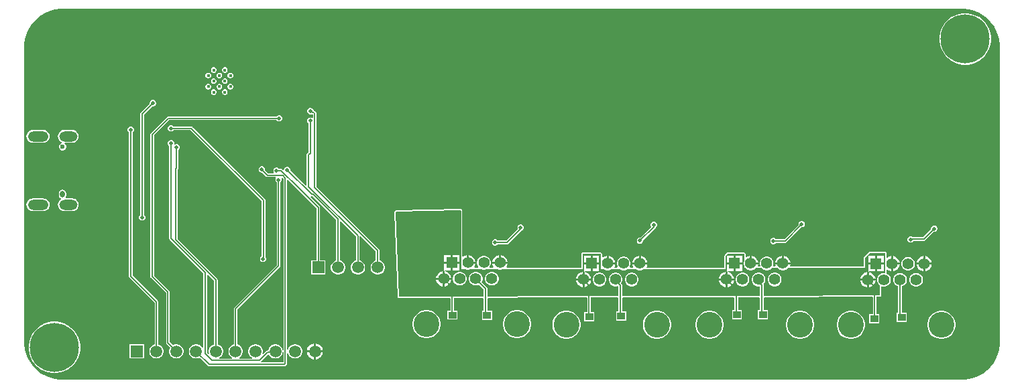
<source format=gbl>
G04*
G04 #@! TF.GenerationSoftware,Altium Limited,Altium Designer,22.11.1 (43)*
G04*
G04 Layer_Physical_Order=2*
G04 Layer_Color=16711680*
%FSLAX25Y25*%
%MOIN*%
G70*
G04*
G04 #@! TF.SameCoordinates,3125327F-633B-4DE6-8F98-D116A0B0FB6F*
G04*
G04*
G04 #@! TF.FilePolarity,Positive*
G04*
G01*
G75*
%ADD15C,0.00600*%
%ADD29R,0.03937X0.03543*%
G04:AMPARAMS|DCode=60|XSize=33.47mil|YSize=23.62mil|CornerRadius=11.81mil|HoleSize=0mil|Usage=FLASHONLY|Rotation=270.000|XOffset=0mil|YOffset=0mil|HoleType=Round|Shape=RoundedRectangle|*
%AMROUNDEDRECTD60*
21,1,0.03347,0.00000,0,0,270.0*
21,1,0.00984,0.02362,0,0,270.0*
1,1,0.02362,0.00000,-0.00492*
1,1,0.02362,0.00000,0.00492*
1,1,0.02362,0.00000,0.00492*
1,1,0.02362,0.00000,-0.00492*
%
%ADD60ROUNDEDRECTD60*%
%ADD61C,0.02362*%
G04:AMPARAMS|DCode=62|XSize=51.18mil|YSize=102.36mil|CornerRadius=25.59mil|HoleSize=0mil|Usage=FLASHONLY|Rotation=270.000|XOffset=0mil|YOffset=0mil|HoleType=Round|Shape=RoundedRectangle|*
%AMROUNDEDRECTD62*
21,1,0.05118,0.05118,0,0,270.0*
21,1,0.00000,0.10236,0,0,270.0*
1,1,0.05118,-0.02559,0.00000*
1,1,0.05118,-0.02559,0.00000*
1,1,0.05118,0.02559,0.00000*
1,1,0.05118,0.02559,0.00000*
%
%ADD62ROUNDEDRECTD62*%
G04:AMPARAMS|DCode=63|XSize=51.18mil|YSize=90.55mil|CornerRadius=25.59mil|HoleSize=0mil|Usage=FLASHONLY|Rotation=270.000|XOffset=0mil|YOffset=0mil|HoleType=Round|Shape=RoundedRectangle|*
%AMROUNDEDRECTD63*
21,1,0.05118,0.03937,0,0,270.0*
21,1,0.00000,0.09055,0,0,270.0*
1,1,0.05118,-0.01968,0.00000*
1,1,0.05118,-0.01968,0.00000*
1,1,0.05118,0.01968,0.00000*
1,1,0.05118,0.01968,0.00000*
%
%ADD63ROUNDEDRECTD63*%
%ADD66R,0.05504X0.05504*%
%ADD67C,0.05504*%
%ADD68C,0.12795*%
%ADD69C,0.01575*%
%ADD70C,0.24410*%
%ADD71C,0.05937*%
%ADD72R,0.05937X0.05937*%
%ADD73C,0.01968*%
G36*
X470507Y392575D02*
X472897Y391934D01*
X475184Y390987D01*
X477328Y389750D01*
X479292Y388243D01*
X481042Y386492D01*
X482549Y384529D01*
X483786Y382385D01*
X484733Y380098D01*
X485374Y377707D01*
X485697Y375253D01*
Y374016D01*
Y227185D01*
Y225947D01*
X485374Y223493D01*
X484733Y221102D01*
X483786Y218816D01*
X482549Y216672D01*
X481042Y214708D01*
X479292Y212958D01*
X477328Y211451D01*
X475184Y210214D01*
X472897Y209266D01*
X470507Y208626D01*
X468053Y208303D01*
X18447D01*
X15993Y208626D01*
X13602Y209266D01*
X11316Y210214D01*
X9172Y211451D01*
X7208Y212958D01*
X5458Y214708D01*
X3951Y216672D01*
X2714Y218816D01*
X1767Y221102D01*
X1126Y223493D01*
X803Y225947D01*
Y227185D01*
Y374016D01*
Y375253D01*
X1126Y377707D01*
X1767Y380098D01*
X2714Y382385D01*
X3951Y384529D01*
X5458Y386492D01*
X7208Y388243D01*
X9172Y389750D01*
X11316Y390987D01*
X13602Y391934D01*
X15993Y392575D01*
X18447Y392898D01*
X468053D01*
X470507Y392575D01*
D02*
G37*
%LPC*%
G36*
X469512Y390757D02*
X467496D01*
X465506Y390442D01*
X463589Y389819D01*
X461793Y388904D01*
X460162Y387720D01*
X458737Y386295D01*
X457552Y384664D01*
X456637Y382868D01*
X456014Y380951D01*
X455699Y378960D01*
Y376945D01*
X456014Y374954D01*
X456637Y373038D01*
X457552Y371242D01*
X458737Y369611D01*
X460162Y368186D01*
X461793Y367001D01*
X463589Y366086D01*
X465506Y365463D01*
X467496Y365148D01*
X469512D01*
X471502Y365463D01*
X473419Y366086D01*
X475215Y367001D01*
X476846Y368186D01*
X478271Y369611D01*
X479456Y371242D01*
X480371Y373038D01*
X480993Y374954D01*
X481309Y376945D01*
Y378960D01*
X480993Y380951D01*
X480371Y382868D01*
X479456Y384664D01*
X478271Y386295D01*
X476846Y387720D01*
X475215Y388904D01*
X473419Y389819D01*
X471502Y390442D01*
X469512Y390757D01*
D02*
G37*
G36*
X100733Y363884D02*
X100181D01*
X99671Y363673D01*
X99280Y363283D01*
X99069Y362773D01*
Y362221D01*
X99280Y361711D01*
X99671Y361321D01*
X100181Y361110D01*
X100733D01*
X101242Y361321D01*
X101633Y361711D01*
X101844Y362221D01*
Y362773D01*
X101633Y363283D01*
X101242Y363673D01*
X100733Y363884D01*
D02*
G37*
G36*
X95221D02*
X94669D01*
X94159Y363673D01*
X93769Y363283D01*
X93557Y362773D01*
Y362221D01*
X93769Y361711D01*
X94159Y361321D01*
X94669Y361110D01*
X95221D01*
X95731Y361321D01*
X96121Y361711D01*
X96332Y362221D01*
Y362773D01*
X96121Y363283D01*
X95731Y363673D01*
X95221Y363884D01*
D02*
G37*
G36*
X103489Y361129D02*
X102937D01*
X102427Y360917D01*
X102036Y360527D01*
X101825Y360017D01*
Y359465D01*
X102036Y358955D01*
X102427Y358565D01*
X102937Y358354D01*
X103489D01*
X103998Y358565D01*
X104389Y358955D01*
X104600Y359465D01*
Y360017D01*
X104389Y360527D01*
X103998Y360917D01*
X103489Y361129D01*
D02*
G37*
G36*
X97977D02*
X97425D01*
X96915Y360917D01*
X96525Y360527D01*
X96313Y360017D01*
Y359465D01*
X96525Y358955D01*
X96915Y358565D01*
X97425Y358354D01*
X97977D01*
X98487Y358565D01*
X98877Y358955D01*
X99088Y359465D01*
Y360017D01*
X98877Y360527D01*
X98487Y360917D01*
X97977Y361129D01*
D02*
G37*
G36*
X92465D02*
X91913D01*
X91403Y360917D01*
X91013Y360527D01*
X90802Y360017D01*
Y359465D01*
X91013Y358955D01*
X91403Y358565D01*
X91913Y358354D01*
X92465D01*
X92975Y358565D01*
X93365Y358955D01*
X93576Y359465D01*
Y360017D01*
X93365Y360527D01*
X92975Y360917D01*
X92465Y361129D01*
D02*
G37*
G36*
X100733Y358373D02*
X100181D01*
X99671Y358161D01*
X99280Y357771D01*
X99069Y357261D01*
Y356709D01*
X99280Y356199D01*
X99671Y355809D01*
X100181Y355598D01*
X100733D01*
X101242Y355809D01*
X101633Y356199D01*
X101844Y356709D01*
Y357261D01*
X101633Y357771D01*
X101242Y358161D01*
X100733Y358373D01*
D02*
G37*
G36*
X95221D02*
X94669D01*
X94159Y358161D01*
X93769Y357771D01*
X93557Y357261D01*
Y356709D01*
X93769Y356199D01*
X94159Y355809D01*
X94669Y355598D01*
X95221D01*
X95731Y355809D01*
X96121Y356199D01*
X96332Y356709D01*
Y357261D01*
X96121Y357771D01*
X95731Y358161D01*
X95221Y358373D01*
D02*
G37*
G36*
X103489Y355617D02*
X102937D01*
X102427Y355405D01*
X102036Y355015D01*
X101825Y354505D01*
Y353953D01*
X102036Y353444D01*
X102427Y353053D01*
X102937Y352842D01*
X103489D01*
X103998Y353053D01*
X104389Y353444D01*
X104600Y353953D01*
Y354505D01*
X104389Y355015D01*
X103998Y355405D01*
X103489Y355617D01*
D02*
G37*
G36*
X97977D02*
X97425D01*
X96915Y355405D01*
X96525Y355015D01*
X96313Y354505D01*
Y353953D01*
X96525Y353444D01*
X96915Y353053D01*
X97425Y352842D01*
X97977D01*
X98487Y353053D01*
X98877Y353444D01*
X99088Y353953D01*
Y354505D01*
X98877Y355015D01*
X98487Y355405D01*
X97977Y355617D01*
D02*
G37*
G36*
X92465D02*
X91913D01*
X91403Y355405D01*
X91013Y355015D01*
X90802Y354505D01*
Y353953D01*
X91013Y353444D01*
X91403Y353053D01*
X91913Y352842D01*
X92465D01*
X92975Y353053D01*
X93365Y353444D01*
X93576Y353953D01*
Y354505D01*
X93365Y355015D01*
X92975Y355405D01*
X92465Y355617D01*
D02*
G37*
G36*
X100733Y352861D02*
X100181D01*
X99671Y352649D01*
X99280Y352259D01*
X99069Y351749D01*
Y351197D01*
X99280Y350688D01*
X99671Y350297D01*
X100181Y350086D01*
X100733D01*
X101242Y350297D01*
X101633Y350688D01*
X101844Y351197D01*
Y351749D01*
X101633Y352259D01*
X101242Y352649D01*
X100733Y352861D01*
D02*
G37*
G36*
X95221D02*
X94669D01*
X94159Y352649D01*
X93769Y352259D01*
X93557Y351749D01*
Y351197D01*
X93769Y350688D01*
X94159Y350297D01*
X94669Y350086D01*
X95221D01*
X95731Y350297D01*
X96121Y350688D01*
X96332Y351197D01*
Y351749D01*
X96121Y352259D01*
X95731Y352649D01*
X95221Y352861D01*
D02*
G37*
G36*
X143261Y343677D02*
X142631D01*
X142049Y343436D01*
X141604Y342990D01*
X141363Y342409D01*
Y341779D01*
X141604Y341197D01*
X142049Y340752D01*
X142631Y340511D01*
X143261D01*
X143501Y340611D01*
X143515Y340597D01*
X143813Y340398D01*
X144164Y340329D01*
X144214D01*
Y338785D01*
X143744Y338548D01*
X143163Y338789D01*
X142533D01*
X141951Y338548D01*
X141506Y338103D01*
X141265Y337521D01*
Y336892D01*
X141506Y336310D01*
X141930Y335886D01*
Y321484D01*
X141343Y320897D01*
X141144Y320599D01*
X141075Y320248D01*
Y305060D01*
X140575Y304853D01*
X133072Y312356D01*
Y312955D01*
X132831Y313537D01*
X132386Y313982D01*
X131804Y314223D01*
X131174D01*
X130593Y313982D01*
X130147Y313537D01*
X129906Y312955D01*
X129406Y312791D01*
X129059Y313138D01*
X128761Y313337D01*
X128410Y313407D01*
X127435D01*
X127011Y313831D01*
X126429Y314072D01*
X125800D01*
X125218Y313831D01*
X124773Y313386D01*
X124532Y312804D01*
Y312175D01*
X124773Y311593D01*
X124796Y311570D01*
X124589Y311070D01*
X122017D01*
X120420Y312667D01*
Y313267D01*
X120179Y313848D01*
X119734Y314294D01*
X119152Y314535D01*
X118522D01*
X117940Y314294D01*
X117495Y313848D01*
X117254Y313267D01*
Y312637D01*
X117495Y312055D01*
X117940Y311610D01*
X118522Y311369D01*
X119122D01*
X120988Y309503D01*
X121286Y309304D01*
X121637Y309234D01*
X125574D01*
X125795Y308749D01*
X125554Y308167D01*
Y307537D01*
X125795Y306956D01*
X126219Y306531D01*
Y265474D01*
X105186Y244441D01*
X104987Y244143D01*
X104918Y243792D01*
Y225889D01*
X104458Y225765D01*
X103644Y225296D01*
X102980Y224631D01*
X102510Y223818D01*
X102267Y222910D01*
Y221970D01*
X102510Y221063D01*
X102980Y220249D01*
X103644Y219585D01*
X104154Y219290D01*
X104020Y218790D01*
X97808D01*
X97673Y219290D01*
X98184Y219585D01*
X98848Y220249D01*
X99318Y221063D01*
X99561Y221970D01*
Y222910D01*
X99318Y223818D01*
X98848Y224631D01*
X98184Y225296D01*
X97370Y225765D01*
X96910Y225889D01*
Y258007D01*
X96840Y258359D01*
X96641Y258656D01*
X76955Y278343D01*
Y312845D01*
X77149Y313040D01*
X77348Y313337D01*
X77418Y313688D01*
Y322679D01*
X77842Y323103D01*
X78083Y323685D01*
Y324315D01*
X77842Y324897D01*
X77397Y325342D01*
X76815Y325583D01*
X76185D01*
X75761Y325407D01*
X75501Y325577D01*
X75342Y325721D01*
X75335Y325731D01*
Y326315D01*
X75094Y326897D01*
X74649Y327342D01*
X74068Y327583D01*
X73438D01*
X72856Y327342D01*
X72411Y326897D01*
X72170Y326315D01*
Y325685D01*
X72411Y325103D01*
X72819Y324695D01*
Y278707D01*
X72889Y278356D01*
X73088Y278059D01*
X89800Y261346D01*
Y224255D01*
X89300Y224121D01*
X89006Y224631D01*
X88341Y225296D01*
X87528Y225765D01*
X86620Y226009D01*
X85680D01*
X84773Y225765D01*
X83959Y225296D01*
X83295Y224631D01*
X82825Y223818D01*
X82582Y222910D01*
Y221970D01*
X82825Y221063D01*
X83295Y220249D01*
X83959Y219585D01*
X84773Y219115D01*
X85680Y218872D01*
X86620D01*
X87528Y219115D01*
X87940Y219353D01*
X91941Y215351D01*
X92239Y215152D01*
X92590Y215082D01*
X130148D01*
X130500Y215152D01*
X130797Y215351D01*
X131149Y215703D01*
X131348Y216000D01*
X131418Y216352D01*
Y221444D01*
X131918Y221510D01*
X132037Y221063D01*
X132507Y220249D01*
X133172Y219585D01*
X133985Y219115D01*
X134893Y218872D01*
X135833D01*
X136740Y219115D01*
X137554Y219585D01*
X138218Y220249D01*
X138688Y221063D01*
X138931Y221970D01*
Y222910D01*
X138688Y223818D01*
X138218Y224631D01*
X137554Y225296D01*
X136740Y225765D01*
X135833Y226009D01*
X134893D01*
X133985Y225765D01*
X133172Y225296D01*
X132507Y224631D01*
X132037Y223818D01*
X131918Y223370D01*
X131418Y223436D01*
Y307530D01*
X131880Y307722D01*
X135977Y303624D01*
X136032Y303588D01*
X145983Y293637D01*
Y267795D01*
X143332D01*
Y260658D01*
X150469D01*
Y267795D01*
X147818D01*
Y294017D01*
X147748Y294368D01*
X147549Y294666D01*
X142902Y299313D01*
X143221Y299701D01*
X143247Y299684D01*
X143598Y299614D01*
X144041D01*
X155825Y287829D01*
Y267675D01*
X155365Y267552D01*
X154552Y267082D01*
X153887Y266418D01*
X153418Y265604D01*
X153174Y264697D01*
Y263757D01*
X153418Y262849D01*
X153887Y262036D01*
X154552Y261371D01*
X155365Y260901D01*
X156273Y260658D01*
X157213D01*
X158120Y260901D01*
X158934Y261371D01*
X159598Y262036D01*
X160068Y262849D01*
X160311Y263757D01*
Y264697D01*
X160068Y265604D01*
X159598Y266418D01*
X158934Y267082D01*
X158120Y267552D01*
X157660Y267675D01*
Y286896D01*
X158122Y287088D01*
X165668Y279542D01*
Y267675D01*
X165208Y267552D01*
X164394Y267082D01*
X163730Y266418D01*
X163260Y265604D01*
X163017Y264697D01*
Y263757D01*
X163260Y262849D01*
X163730Y262036D01*
X164394Y261371D01*
X165208Y260901D01*
X166116Y260658D01*
X167055D01*
X167963Y260901D01*
X168777Y261371D01*
X169441Y262036D01*
X169911Y262849D01*
X170154Y263757D01*
Y264697D01*
X169911Y265604D01*
X169441Y266418D01*
X168777Y267082D01*
X167963Y267552D01*
X167503Y267675D01*
Y279533D01*
X168003Y279740D01*
X175510Y272233D01*
Y267675D01*
X175050Y267552D01*
X174237Y267082D01*
X173572Y266418D01*
X173102Y265604D01*
X172859Y264697D01*
Y263757D01*
X173102Y262849D01*
X173572Y262036D01*
X174237Y261371D01*
X175050Y260901D01*
X175958Y260658D01*
X176898D01*
X177805Y260901D01*
X178619Y261371D01*
X179283Y262036D01*
X179753Y262849D01*
X179996Y263757D01*
Y264697D01*
X179753Y265604D01*
X179283Y266418D01*
X178619Y267082D01*
X177805Y267552D01*
X177345Y267675D01*
Y272613D01*
X177276Y272964D01*
X177077Y273262D01*
X146050Y304289D01*
Y340822D01*
X146013Y341005D01*
X145980Y341173D01*
X145980Y341173D01*
X145980Y341173D01*
X145877Y341327D01*
X145781Y341471D01*
X145357Y341895D01*
X145357Y341895D01*
X145357Y341895D01*
X145224Y341984D01*
X145059Y342094D01*
X145059Y342094D01*
X145059Y342094D01*
X144891Y342127D01*
X144708Y342164D01*
X144528Y342409D01*
X144288Y342990D01*
X143842Y343436D01*
X143261Y343677D01*
D02*
G37*
G36*
X127752Y340035D02*
X127122D01*
X126541Y339794D01*
X126116Y339370D01*
X72437D01*
X72086Y339300D01*
X71788Y339101D01*
X63688Y331001D01*
X63489Y330703D01*
X63419Y330352D01*
Y259752D01*
X63489Y259401D01*
X63688Y259103D01*
X71219Y251572D01*
Y226611D01*
X71289Y226260D01*
X71488Y225962D01*
X73220Y224230D01*
X72982Y223818D01*
X72739Y222910D01*
Y221970D01*
X72982Y221063D01*
X73452Y220249D01*
X74116Y219585D01*
X74930Y219115D01*
X75838Y218872D01*
X76777D01*
X77685Y219115D01*
X78499Y219585D01*
X79163Y220249D01*
X79633Y221063D01*
X79876Y221970D01*
Y222910D01*
X79633Y223818D01*
X79163Y224631D01*
X78499Y225296D01*
X77685Y225765D01*
X76777Y226009D01*
X75838D01*
X74930Y225765D01*
X74518Y225528D01*
X73055Y226991D01*
Y251952D01*
X72985Y252303D01*
X72786Y252601D01*
X65255Y260132D01*
Y329972D01*
X72817Y337534D01*
X126116D01*
X126541Y337110D01*
X127122Y336869D01*
X127752D01*
X128333Y337110D01*
X128779Y337556D01*
X129020Y338137D01*
Y338767D01*
X128779Y339349D01*
X128333Y339794D01*
X127752Y340035D01*
D02*
G37*
G36*
X10122Y332631D02*
X5004D01*
X4179Y332523D01*
X3411Y332204D01*
X2751Y331698D01*
X2245Y331038D01*
X1926Y330270D01*
X1818Y329445D01*
X1926Y328620D01*
X2245Y327852D01*
X2751Y327192D01*
X3411Y326686D01*
X4179Y326367D01*
X5004Y326259D01*
X10122D01*
X10947Y326367D01*
X11715Y326686D01*
X12375Y327192D01*
X12881Y327852D01*
X13200Y328620D01*
X13308Y329445D01*
X13200Y330270D01*
X12881Y331038D01*
X12375Y331698D01*
X11715Y332204D01*
X10947Y332523D01*
X10122Y332631D01*
D02*
G37*
G36*
X24590D02*
X20653D01*
X19829Y332523D01*
X19060Y332204D01*
X18400Y331698D01*
X17894Y331038D01*
X17576Y330270D01*
X17467Y329445D01*
X17576Y328620D01*
X17894Y327852D01*
X18400Y327192D01*
X19060Y326686D01*
X19438Y326529D01*
X19419Y326149D01*
X19376Y326014D01*
X18759Y325758D01*
X18258Y325257D01*
X17987Y324602D01*
Y323894D01*
X18258Y323239D01*
X18759Y322738D01*
X19413Y322467D01*
X20122D01*
X20777Y322738D01*
X21278Y323239D01*
X21549Y323894D01*
Y324602D01*
X21278Y325257D01*
X20777Y325758D01*
X20775Y325759D01*
X20875Y326259D01*
X24590D01*
X25415Y326367D01*
X26184Y326686D01*
X26844Y327192D01*
X27350Y327852D01*
X27668Y328620D01*
X27777Y329445D01*
X27668Y330270D01*
X27350Y331038D01*
X26844Y331698D01*
X26184Y332204D01*
X25415Y332523D01*
X24590Y332631D01*
D02*
G37*
G36*
X217481Y293425D02*
X217478Y293424D01*
X217475Y293425D01*
X185686Y292790D01*
X185684Y292788D01*
X185681Y292790D01*
X185456Y292689D01*
X185231Y292590D01*
X185230Y292587D01*
X185227Y292586D01*
X184884Y292223D01*
X184883Y292220D01*
X184880Y292219D01*
X184794Y291988D01*
X184707Y291758D01*
X184708Y291756D01*
X184707Y291753D01*
X186251Y249705D01*
X186350Y249489D01*
X186442Y249269D01*
X186453Y249264D01*
X186458Y249253D01*
X186681Y249170D01*
X186901Y249080D01*
X212159Y249137D01*
X212513Y248784D01*
Y242745D01*
X211130D01*
Y238202D01*
X216067D01*
Y242745D01*
X214348D01*
Y249142D01*
X228770Y249175D01*
X229124Y248822D01*
Y242705D01*
X228360D01*
Y238161D01*
X233297D01*
Y242705D01*
X230959D01*
Y248786D01*
X231311Y249178D01*
X231314Y249181D01*
X260552Y249247D01*
X280200Y249292D01*
X280554Y248939D01*
Y241875D01*
X279152D01*
Y237332D01*
X284089D01*
Y241875D01*
X282390D01*
Y249297D01*
X295741Y249327D01*
X296095Y248974D01*
Y242261D01*
X294979D01*
Y237718D01*
X299916D01*
Y242261D01*
X297930D01*
Y248938D01*
X298283Y249330D01*
X298286Y249333D01*
X334455Y249415D01*
X353362Y249458D01*
X353716Y249105D01*
Y242884D01*
X352517D01*
Y238340D01*
X357454D01*
Y242884D01*
X355552D01*
Y249463D01*
X366151Y249487D01*
X366505Y249134D01*
Y242884D01*
X365508D01*
Y238340D01*
X370444D01*
Y242884D01*
X368340D01*
Y249099D01*
X368692Y249491D01*
X368696Y249493D01*
X422181Y249615D01*
X422535Y249262D01*
Y241014D01*
X420791D01*
Y236470D01*
X425728D01*
Y241014D01*
X424370D01*
Y249620D01*
X426031Y249624D01*
X426260Y249719D01*
X426489Y249814D01*
X426489Y249815D01*
X426490Y249815D01*
X426584Y250043D01*
X426679Y250273D01*
Y254525D01*
X427179Y254908D01*
X427647Y254783D01*
X428529D01*
X429382Y255011D01*
X430146Y255453D01*
X430770Y256077D01*
X431212Y256841D01*
X431440Y257694D01*
Y258576D01*
X431212Y259429D01*
X430770Y260193D01*
X430146Y260817D01*
X429382Y261259D01*
X429237Y261532D01*
Y263034D01*
X429699Y263225D01*
X429800Y263125D01*
X430656Y262631D01*
X431604Y262377D01*
Y266127D01*
Y269877D01*
X430656Y269623D01*
X429800Y269129D01*
X429699Y269029D01*
X429237Y269220D01*
Y271500D01*
X429047Y271959D01*
X428588Y272149D01*
X421048D01*
X420589Y271959D01*
X418267Y269638D01*
X418077Y269178D01*
Y264625D01*
X381789D01*
X381405Y265125D01*
X381557Y265692D01*
X374057D01*
X374208Y265125D01*
X373825Y264625D01*
X373311D01*
X372999Y265125D01*
X373167Y265750D01*
Y266633D01*
X372938Y267485D01*
X372497Y268250D01*
X371873Y268874D01*
X371109Y269315D01*
X370256Y269544D01*
X369373D01*
X368521Y269315D01*
X367757Y268874D01*
X367133Y268250D01*
X366691Y267485D01*
X366463Y266633D01*
Y265750D01*
X366630Y265125D01*
X366318Y264625D01*
X365805D01*
X365421Y265125D01*
X365573Y265692D01*
X361823D01*
Y266192D01*
X361323D01*
Y269942D01*
X360374Y269688D01*
X359789Y269350D01*
X359289Y269639D01*
Y270920D01*
X359099Y271379D01*
X358640Y271570D01*
X350207D01*
X349747Y271379D01*
X348874Y270506D01*
X348684Y270047D01*
Y264428D01*
X348330Y264074D01*
X310303Y264082D01*
X310053Y264515D01*
X310186Y264743D01*
X310440Y265692D01*
X302939D01*
X303193Y264743D01*
X303324Y264516D01*
X303074Y264083D01*
X301928Y264083D01*
X301639Y264583D01*
X301821Y264898D01*
X302049Y265750D01*
Y266633D01*
X301821Y267485D01*
X301379Y268250D01*
X300755Y268874D01*
X299991Y269315D01*
X299138Y269544D01*
X298256D01*
X297403Y269315D01*
X296639Y268874D01*
X296015Y268250D01*
X295574Y267485D01*
X295345Y266633D01*
Y265750D01*
X295574Y264898D01*
X295755Y264584D01*
X295466Y264085D01*
X294321Y264085D01*
X294071Y264518D01*
X294201Y264743D01*
X294455Y265692D01*
X290705D01*
Y266192D01*
X290205D01*
Y269942D01*
X289257Y269688D01*
X288503Y269252D01*
X288002Y269433D01*
Y270920D01*
X287812Y271379D01*
X287353Y271570D01*
X278256D01*
X277797Y271379D01*
X277607Y270920D01*
Y264099D01*
X240687D01*
X240398Y264599D01*
X240677Y265082D01*
X240931Y266031D01*
X233431D01*
X233684Y265082D01*
X233963Y264599D01*
X233675Y264099D01*
X232144D01*
X231944Y264599D01*
X232312Y265237D01*
X232541Y266089D01*
Y266972D01*
X232312Y267824D01*
X231871Y268589D01*
X231247Y269213D01*
X230483Y269654D01*
X229630Y269882D01*
X228748D01*
X227895Y269654D01*
X227131Y269213D01*
X226507Y268589D01*
X226065Y267824D01*
X225837Y266972D01*
Y266089D01*
X226065Y265237D01*
X226433Y264599D01*
X226234Y264099D01*
X224703D01*
X224414Y264599D01*
X224693Y265082D01*
X224947Y266031D01*
X221197D01*
Y266531D01*
X220697D01*
Y270281D01*
X219748Y270027D01*
X218994Y269591D01*
X218494Y269772D01*
Y292425D01*
X218493Y292429D01*
X218494Y292432D01*
X218398Y292658D01*
X218304Y292885D01*
X218301Y292886D01*
X218299Y292889D01*
X217942Y293239D01*
X217939Y293241D01*
X217937Y293244D01*
X217709Y293333D01*
X217481Y293425D01*
D02*
G37*
G36*
X19768Y302934D02*
X19073Y302796D01*
X18484Y302402D01*
X18090Y301813D01*
X17952Y301118D01*
Y300134D01*
X18090Y299439D01*
X18484Y298850D01*
X18834Y298616D01*
X18845Y298596D01*
X18853Y298029D01*
X18400Y297682D01*
X17894Y297022D01*
X17576Y296254D01*
X17467Y295429D01*
X17576Y294604D01*
X17894Y293836D01*
X18400Y293176D01*
X19060Y292670D01*
X19829Y292351D01*
X20653Y292243D01*
X24590D01*
X25415Y292351D01*
X26184Y292670D01*
X26844Y293176D01*
X27350Y293836D01*
X27668Y294604D01*
X27777Y295429D01*
X27668Y296254D01*
X27350Y297022D01*
X26844Y297682D01*
X26184Y298189D01*
X25415Y298507D01*
X24590Y298616D01*
X21497D01*
X21229Y299115D01*
X21446Y299439D01*
X21584Y300134D01*
Y301118D01*
X21446Y301813D01*
X21052Y302402D01*
X20463Y302796D01*
X19768Y302934D01*
D02*
G37*
G36*
X10122Y298616D02*
X5004D01*
X4179Y298507D01*
X3411Y298189D01*
X2751Y297682D01*
X2245Y297022D01*
X1926Y296254D01*
X1818Y295429D01*
X1926Y294604D01*
X2245Y293836D01*
X2751Y293176D01*
X3411Y292670D01*
X4179Y292351D01*
X5004Y292243D01*
X10122D01*
X10947Y292351D01*
X11715Y292670D01*
X12375Y293176D01*
X12881Y293836D01*
X13200Y294604D01*
X13308Y295429D01*
X13200Y296254D01*
X12881Y297022D01*
X12375Y297682D01*
X11715Y298189D01*
X10947Y298507D01*
X10122Y298616D01*
D02*
G37*
G36*
X65025Y347535D02*
X64395D01*
X63814Y347294D01*
X63368Y346849D01*
X63127Y346267D01*
Y345667D01*
X58688Y341228D01*
X58489Y340930D01*
X58419Y340579D01*
Y290473D01*
X57995Y290049D01*
X57754Y289467D01*
Y288837D01*
X57995Y288256D01*
X58441Y287810D01*
X59022Y287569D01*
X59652D01*
X60233Y287810D01*
X60679Y288256D01*
X60920Y288837D01*
Y289467D01*
X60679Y290049D01*
X60255Y290473D01*
Y340199D01*
X64425Y344369D01*
X65025D01*
X65606Y344610D01*
X66052Y345056D01*
X66293Y345637D01*
Y346267D01*
X66052Y346849D01*
X65606Y347294D01*
X65025Y347535D01*
D02*
G37*
G36*
X453398Y285099D02*
X452768D01*
X452187Y284858D01*
X451742Y284413D01*
X451501Y283831D01*
Y283232D01*
X447579Y279310D01*
X442407D01*
X442244Y279472D01*
X441663Y279713D01*
X441033D01*
X440451Y279472D01*
X440006Y279027D01*
X439765Y278445D01*
Y277816D01*
X440006Y277234D01*
X440451Y276789D01*
X441033Y276548D01*
X441663D01*
X442244Y276789D01*
X442690Y277234D01*
X442789Y277475D01*
X447959D01*
X448310Y277545D01*
X448608Y277744D01*
X452798Y281934D01*
X453398D01*
X453980Y282175D01*
X454425Y282620D01*
X454666Y283202D01*
Y283831D01*
X454425Y284413D01*
X453980Y284858D01*
X453398Y285099D01*
D02*
G37*
G36*
X387492Y287372D02*
X386862D01*
X386280Y287131D01*
X385835Y286686D01*
X385594Y286104D01*
Y285475D01*
X385642Y285359D01*
X378573Y278290D01*
X374441D01*
X374017Y278714D01*
X373436Y278955D01*
X372806D01*
X372224Y278714D01*
X371779Y278269D01*
X371538Y277687D01*
Y277057D01*
X371779Y276476D01*
X372224Y276030D01*
X372806Y275789D01*
X373436D01*
X374017Y276030D01*
X374441Y276454D01*
X378954D01*
X379305Y276524D01*
X379603Y276723D01*
X387086Y284207D01*
X387492D01*
X388073Y284448D01*
X388519Y284893D01*
X388760Y285475D01*
Y286104D01*
X388519Y286686D01*
X388073Y287131D01*
X387492Y287372D01*
D02*
G37*
G36*
X247797Y285555D02*
X247167D01*
X246585Y285314D01*
X246140Y284869D01*
X245899Y284287D01*
Y283658D01*
X246024Y283356D01*
X240194Y277527D01*
X236117D01*
X235693Y277951D01*
X235111Y278192D01*
X234481D01*
X233899Y277951D01*
X233454Y277506D01*
X233213Y276924D01*
Y276294D01*
X233454Y275713D01*
X233899Y275267D01*
X234481Y275026D01*
X235111D01*
X235693Y275267D01*
X236117Y275692D01*
X240574D01*
X240925Y275761D01*
X241223Y275960D01*
X247652Y282390D01*
X247797D01*
X248378Y282631D01*
X248823Y283076D01*
X249064Y283658D01*
Y284287D01*
X248823Y284869D01*
X248378Y285314D01*
X247797Y285555D01*
D02*
G37*
G36*
X314000Y287010D02*
X313371D01*
X312789Y286769D01*
X312344Y286323D01*
X312103Y285742D01*
Y285112D01*
X312344Y284530D01*
X312417Y284457D01*
X307065Y279105D01*
X306465D01*
X305883Y278864D01*
X305438Y278418D01*
X305197Y277837D01*
Y277207D01*
X305438Y276625D01*
X305883Y276180D01*
X306465Y275939D01*
X307094D01*
X307676Y276180D01*
X308121Y276625D01*
X308362Y277207D01*
Y277807D01*
X314335Y283779D01*
X314523Y284060D01*
X314582Y284085D01*
X315027Y284530D01*
X315268Y285112D01*
Y285742D01*
X315027Y286323D01*
X314582Y286769D01*
X314000Y287010D01*
D02*
G37*
G36*
X237681Y270281D02*
Y267031D01*
X240931D01*
X240677Y267979D01*
X240183Y268834D01*
X239485Y269533D01*
X238629Y270027D01*
X237681Y270281D01*
D02*
G37*
G36*
X236681D02*
X235733Y270027D01*
X234877Y269533D01*
X234178Y268834D01*
X233684Y267979D01*
X233431Y267031D01*
X236681D01*
Y270281D01*
D02*
G37*
G36*
X221697D02*
Y267031D01*
X224947D01*
X224693Y267979D01*
X224199Y268834D01*
X223500Y269533D01*
X222645Y270027D01*
X221697Y270281D01*
D02*
G37*
G36*
X74009Y335052D02*
X73380D01*
X72798Y334811D01*
X72353Y334366D01*
X72112Y333785D01*
Y333155D01*
X72353Y332573D01*
X72798Y332128D01*
X73380Y331887D01*
X74009D01*
X74591Y332128D01*
X75015Y332552D01*
X83452D01*
X118796Y297208D01*
Y269922D01*
X118604Y269842D01*
X118158Y269396D01*
X117917Y268815D01*
Y268185D01*
X118158Y267603D01*
X118604Y267158D01*
X119185Y266917D01*
X119815D01*
X120396Y267158D01*
X120842Y267603D01*
X121083Y268185D01*
Y268815D01*
X120842Y269396D01*
X120632Y269607D01*
Y297588D01*
X120562Y297939D01*
X120363Y298237D01*
X84481Y334119D01*
X84183Y334317D01*
X83832Y334387D01*
X75015D01*
X74591Y334811D01*
X74009Y335052D01*
D02*
G37*
G36*
X378307Y269942D02*
Y266692D01*
X381557D01*
X381303Y267640D01*
X380809Y268495D01*
X380111Y269194D01*
X379255Y269688D01*
X378307Y269942D01*
D02*
G37*
G36*
X377307D02*
X376359Y269688D01*
X375503Y269194D01*
X374804Y268495D01*
X374310Y267640D01*
X374057Y266692D01*
X377307D01*
Y269942D01*
D02*
G37*
G36*
X362323D02*
Y266692D01*
X365573D01*
X365319Y267640D01*
X364825Y268495D01*
X364126Y269194D01*
X363271Y269688D01*
X362323Y269942D01*
D02*
G37*
G36*
X307189D02*
Y266692D01*
X310440D01*
X310186Y267640D01*
X309692Y268495D01*
X308993Y269194D01*
X308137Y269688D01*
X307189Y269942D01*
D02*
G37*
G36*
X306189D02*
X305241Y269688D01*
X304385Y269194D01*
X303687Y268495D01*
X303193Y267640D01*
X302939Y266692D01*
X306189D01*
Y269942D01*
D02*
G37*
G36*
X291205D02*
Y266692D01*
X294455D01*
X294201Y267640D01*
X293707Y268495D01*
X293009Y269194D01*
X292153Y269688D01*
X291205Y269942D01*
D02*
G37*
G36*
X448588Y269877D02*
Y266627D01*
X451838D01*
X451584Y267575D01*
X451090Y268431D01*
X450392Y269129D01*
X449536Y269623D01*
X448588Y269877D01*
D02*
G37*
G36*
X447588D02*
X446640Y269623D01*
X445784Y269129D01*
X445086Y268431D01*
X444592Y267575D01*
X444338Y266627D01*
X447588D01*
Y269877D01*
D02*
G37*
G36*
X432604D02*
Y266627D01*
X435854D01*
X435600Y267575D01*
X435106Y268431D01*
X434408Y269129D01*
X433552Y269623D01*
X432604Y269877D01*
D02*
G37*
G36*
X440537Y269479D02*
X439655D01*
X438802Y269250D01*
X438038Y268809D01*
X437414Y268185D01*
X436973Y267421D01*
X436744Y266568D01*
Y265686D01*
X436973Y264833D01*
X437414Y264069D01*
X438038Y263445D01*
X438802Y263003D01*
X439655Y262775D01*
X440537D01*
X441390Y263003D01*
X442154Y263445D01*
X442778Y264069D01*
X443220Y264833D01*
X443448Y265686D01*
Y266568D01*
X443220Y267421D01*
X442778Y268185D01*
X442154Y268809D01*
X441390Y269250D01*
X440537Y269479D01*
D02*
G37*
G36*
X451838Y265627D02*
X448588D01*
Y262377D01*
X449536Y262631D01*
X450392Y263125D01*
X451090Y263823D01*
X451584Y264679D01*
X451838Y265627D01*
D02*
G37*
G36*
X447588D02*
X444338D01*
X444592Y264679D01*
X445086Y263823D01*
X445784Y263125D01*
X446640Y262631D01*
X447588Y262377D01*
Y265627D01*
D02*
G37*
G36*
X435854D02*
X432604D01*
Y262377D01*
X433552Y262631D01*
X434408Y263125D01*
X435106Y263823D01*
X435600Y264679D01*
X435854Y265627D01*
D02*
G37*
G36*
X444514Y261487D02*
X443631D01*
X442779Y261259D01*
X442014Y260817D01*
X441390Y260193D01*
X440949Y259429D01*
X440720Y258576D01*
Y257694D01*
X440949Y256841D01*
X441390Y256077D01*
X442014Y255453D01*
X442779Y255011D01*
X443631Y254783D01*
X444514D01*
X445366Y255011D01*
X446131Y255453D01*
X446755Y256077D01*
X447196Y256841D01*
X447424Y257694D01*
Y258576D01*
X447196Y259429D01*
X446755Y260193D01*
X446131Y260817D01*
X445366Y261259D01*
X444514Y261487D01*
D02*
G37*
G36*
X436521D02*
X435639D01*
X434786Y261259D01*
X434022Y260817D01*
X433398Y260193D01*
X432957Y259429D01*
X432728Y258576D01*
Y257694D01*
X432957Y256841D01*
X433398Y256077D01*
X434022Y255453D01*
X434786Y255011D01*
X435163Y254911D01*
Y241697D01*
X434459D01*
Y237154D01*
X439396D01*
Y241697D01*
X436998D01*
Y254911D01*
X437374Y255011D01*
X438138Y255453D01*
X438762Y256077D01*
X439204Y256841D01*
X439432Y257694D01*
Y258576D01*
X439204Y259429D01*
X438762Y260193D01*
X438138Y260817D01*
X437374Y261259D01*
X436521Y261487D01*
D02*
G37*
G36*
X246374Y243016D02*
X244996D01*
X243644Y242747D01*
X242370Y242220D01*
X241224Y241454D01*
X240249Y240479D01*
X239484Y239333D01*
X238956Y238060D01*
X238687Y236708D01*
Y235329D01*
X238956Y233977D01*
X239484Y232704D01*
X240249Y231558D01*
X241224Y230583D01*
X242370Y229817D01*
X243644Y229290D01*
X244996Y229021D01*
X246374D01*
X247726Y229290D01*
X248999Y229817D01*
X250146Y230583D01*
X251120Y231558D01*
X251886Y232704D01*
X252414Y233977D01*
X252682Y235329D01*
Y236708D01*
X252414Y238060D01*
X251886Y239333D01*
X251120Y240479D01*
X250146Y241454D01*
X248999Y242220D01*
X247726Y242747D01*
X246374Y243016D01*
D02*
G37*
G36*
X201374D02*
X199996D01*
X198644Y242747D01*
X197370Y242220D01*
X196224Y241454D01*
X195249Y240479D01*
X194484Y239333D01*
X193956Y238060D01*
X193687Y236708D01*
Y235329D01*
X193956Y233977D01*
X194484Y232704D01*
X195249Y231558D01*
X196224Y230583D01*
X197370Y229817D01*
X198644Y229290D01*
X199996Y229021D01*
X201374D01*
X202726Y229290D01*
X203999Y229817D01*
X205146Y230583D01*
X206120Y231558D01*
X206886Y232704D01*
X207414Y233977D01*
X207682Y235329D01*
Y236708D01*
X207414Y238060D01*
X206886Y239333D01*
X206120Y240479D01*
X205146Y241454D01*
X203999Y242220D01*
X202726Y242747D01*
X201374Y243016D01*
D02*
G37*
G36*
X387000Y242677D02*
X385622D01*
X384270Y242408D01*
X382996Y241881D01*
X381850Y241115D01*
X380875Y240141D01*
X380110Y238994D01*
X379582Y237721D01*
X379313Y236369D01*
Y234991D01*
X379582Y233639D01*
X380110Y232365D01*
X380875Y231219D01*
X381850Y230244D01*
X382996Y229479D01*
X384270Y228951D01*
X385622Y228682D01*
X387000D01*
X388352Y228951D01*
X389625Y229479D01*
X390772Y230244D01*
X391746Y231219D01*
X392512Y232365D01*
X393039Y233639D01*
X393308Y234991D01*
Y236369D01*
X393039Y237721D01*
X392512Y238994D01*
X391746Y240141D01*
X390772Y241115D01*
X389625Y241881D01*
X388352Y242408D01*
X387000Y242677D01*
D02*
G37*
G36*
X342000D02*
X340622D01*
X339270Y242408D01*
X337996Y241881D01*
X336850Y241115D01*
X335875Y240141D01*
X335110Y238994D01*
X334582Y237721D01*
X334313Y236369D01*
Y234991D01*
X334582Y233639D01*
X335110Y232365D01*
X335875Y231219D01*
X336850Y230244D01*
X337996Y229479D01*
X339270Y228951D01*
X340622Y228682D01*
X342000D01*
X343352Y228951D01*
X344625Y229479D01*
X345772Y230244D01*
X346746Y231219D01*
X347512Y232365D01*
X348040Y233639D01*
X348308Y234991D01*
Y236369D01*
X348040Y237721D01*
X347512Y238994D01*
X346746Y240141D01*
X345772Y241115D01*
X344625Y241881D01*
X343352Y242408D01*
X342000Y242677D01*
D02*
G37*
G36*
X315882D02*
X314504D01*
X313152Y242408D01*
X311879Y241881D01*
X310733Y241115D01*
X309758Y240141D01*
X308992Y238994D01*
X308465Y237721D01*
X308196Y236369D01*
Y234991D01*
X308465Y233639D01*
X308992Y232365D01*
X309758Y231219D01*
X310733Y230244D01*
X311879Y229479D01*
X313152Y228951D01*
X314504Y228682D01*
X315882D01*
X317234Y228951D01*
X318508Y229479D01*
X319654Y230244D01*
X320629Y231219D01*
X321394Y232365D01*
X321922Y233639D01*
X322191Y234991D01*
Y236369D01*
X321922Y237721D01*
X321394Y238994D01*
X320629Y240141D01*
X319654Y241115D01*
X318508Y241881D01*
X317234Y242408D01*
X315882Y242677D01*
D02*
G37*
G36*
X270882D02*
X269504D01*
X268152Y242408D01*
X266879Y241881D01*
X265733Y241115D01*
X264758Y240141D01*
X263992Y238994D01*
X263464Y237721D01*
X263196Y236369D01*
Y234991D01*
X263464Y233639D01*
X263992Y232365D01*
X264758Y231219D01*
X265733Y230244D01*
X266879Y229479D01*
X268152Y228951D01*
X269504Y228682D01*
X270882D01*
X272234Y228951D01*
X273508Y229479D01*
X274654Y230244D01*
X275629Y231219D01*
X276394Y232365D01*
X276922Y233639D01*
X277191Y234991D01*
Y236369D01*
X276922Y237721D01*
X276394Y238994D01*
X275629Y240141D01*
X274654Y241115D01*
X273508Y241881D01*
X272234Y242408D01*
X270882Y242677D01*
D02*
G37*
G36*
X457281Y242613D02*
X455903D01*
X454551Y242344D01*
X453277Y241816D01*
X452131Y241051D01*
X451157Y240076D01*
X450391Y238930D01*
X449863Y237656D01*
X449594Y236304D01*
Y234926D01*
X449863Y233574D01*
X450391Y232300D01*
X451157Y231154D01*
X452131Y230180D01*
X453277Y229414D01*
X454551Y228886D01*
X455903Y228618D01*
X457281D01*
X458633Y228886D01*
X459907Y229414D01*
X461053Y230180D01*
X462027Y231154D01*
X462793Y232300D01*
X463321Y233574D01*
X463590Y234926D01*
Y236304D01*
X463321Y237656D01*
X462793Y238930D01*
X462027Y240076D01*
X461053Y241051D01*
X459907Y241816D01*
X458633Y242344D01*
X457281Y242613D01*
D02*
G37*
G36*
X412281D02*
X410903D01*
X409551Y242344D01*
X408277Y241816D01*
X407131Y241051D01*
X406157Y240076D01*
X405391Y238930D01*
X404863Y237656D01*
X404594Y236304D01*
Y234926D01*
X404863Y233574D01*
X405391Y232300D01*
X406157Y231154D01*
X407131Y230180D01*
X408277Y229414D01*
X409551Y228886D01*
X410903Y228618D01*
X412281D01*
X413633Y228886D01*
X414907Y229414D01*
X416053Y230180D01*
X417027Y231154D01*
X417793Y232300D01*
X418321Y233574D01*
X418590Y234926D01*
Y236304D01*
X418321Y237656D01*
X417793Y238930D01*
X417027Y240076D01*
X416053Y241051D01*
X414907Y241816D01*
X413633Y242344D01*
X412281Y242613D01*
D02*
G37*
G36*
X145728Y226409D02*
X145705D01*
Y222940D01*
X149174D01*
Y222963D01*
X148903Y223972D01*
X148381Y224877D01*
X147642Y225616D01*
X146737Y226138D01*
X145728Y226409D01*
D02*
G37*
G36*
X144705D02*
X144683D01*
X143673Y226138D01*
X142769Y225616D01*
X142030Y224877D01*
X141507Y223972D01*
X141237Y222963D01*
Y222940D01*
X144705D01*
Y226409D01*
D02*
G37*
G36*
X54052Y334335D02*
X53422D01*
X52841Y334094D01*
X52395Y333648D01*
X52154Y333067D01*
Y332437D01*
X52395Y331856D01*
X52819Y331431D01*
Y259852D01*
X52889Y259501D01*
X53088Y259203D01*
X65548Y246744D01*
Y225889D01*
X65088Y225765D01*
X64274Y225296D01*
X63610Y224631D01*
X63140Y223818D01*
X62897Y222910D01*
Y221970D01*
X63140Y221063D01*
X63610Y220249D01*
X64274Y219585D01*
X65088Y219115D01*
X65995Y218872D01*
X66935D01*
X67843Y219115D01*
X68656Y219585D01*
X69321Y220249D01*
X69791Y221063D01*
X70034Y221970D01*
Y222910D01*
X69791Y223818D01*
X69321Y224631D01*
X68656Y225296D01*
X67843Y225765D01*
X67383Y225889D01*
Y247124D01*
X67313Y247475D01*
X67114Y247773D01*
X54655Y260232D01*
Y331431D01*
X55079Y331856D01*
X55320Y332437D01*
Y333067D01*
X55079Y333648D01*
X54633Y334094D01*
X54052Y334335D01*
D02*
G37*
G36*
X60191Y226009D02*
X53054D01*
Y218872D01*
X60191D01*
Y226009D01*
D02*
G37*
G36*
X149174Y221940D02*
X145705D01*
Y218472D01*
X145728D01*
X146737Y218742D01*
X147642Y219265D01*
X148381Y220004D01*
X148903Y220908D01*
X149174Y221918D01*
Y221940D01*
D02*
G37*
G36*
X144705D02*
X141237D01*
Y221918D01*
X141507Y220908D01*
X142030Y220004D01*
X142769Y219265D01*
X143673Y218742D01*
X144683Y218472D01*
X144705D01*
Y221940D01*
D02*
G37*
G36*
X16756Y237214D02*
X14740D01*
X12750Y236899D01*
X10833Y236276D01*
X9037Y235361D01*
X7406Y234176D01*
X5981Y232751D01*
X4797Y231121D01*
X3881Y229325D01*
X3259Y227408D01*
X2943Y225417D01*
Y223402D01*
X3259Y221411D01*
X3881Y219494D01*
X4797Y217698D01*
X5981Y216068D01*
X7406Y214643D01*
X9037Y213458D01*
X10833Y212543D01*
X12750Y211920D01*
X14740Y211605D01*
X16756D01*
X18746Y211920D01*
X20663Y212543D01*
X22459Y213458D01*
X24090Y214643D01*
X25515Y216068D01*
X26700Y217698D01*
X27615Y219494D01*
X28238Y221411D01*
X28553Y223402D01*
Y225417D01*
X28238Y227408D01*
X27615Y229325D01*
X26700Y231121D01*
X25515Y232751D01*
X24090Y234176D01*
X22459Y235361D01*
X20663Y236276D01*
X18746Y236899D01*
X16756Y237214D01*
D02*
G37*
%LPD*%
G36*
X129582Y308463D02*
Y222925D01*
X129089Y222910D01*
X128846Y223818D01*
X128376Y224631D01*
X127711Y225296D01*
X126898Y225765D01*
X125990Y226009D01*
X125050D01*
X124143Y225765D01*
X123329Y225296D01*
X122665Y224631D01*
X122195Y223818D01*
X121952Y222910D01*
Y222872D01*
X121652D01*
X121300Y222802D01*
X121003Y222603D01*
X119542Y221143D01*
X119094Y221401D01*
X119246Y221970D01*
Y222910D01*
X119003Y223818D01*
X118533Y224631D01*
X117869Y225296D01*
X117055Y225765D01*
X116148Y226009D01*
X115208D01*
X114300Y225765D01*
X113487Y225296D01*
X112822Y224631D01*
X112353Y223818D01*
X112109Y222910D01*
Y221970D01*
X112353Y221063D01*
X112822Y220249D01*
X113487Y219585D01*
X113997Y219290D01*
X113863Y218790D01*
X107650D01*
X107516Y219290D01*
X108026Y219585D01*
X108691Y220249D01*
X109160Y221063D01*
X109404Y221970D01*
Y222910D01*
X109160Y223818D01*
X108691Y224631D01*
X108026Y225296D01*
X107213Y225765D01*
X106753Y225889D01*
Y243412D01*
X127786Y264445D01*
X127985Y264743D01*
X128055Y265094D01*
Y306531D01*
X128479Y306956D01*
X128720Y307537D01*
Y308167D01*
X128647Y308341D01*
X128955Y308905D01*
X129112Y308933D01*
X129582Y308463D01*
D02*
G37*
G36*
X95075Y257627D02*
Y225889D01*
X94615Y225765D01*
X93801Y225296D01*
X93137Y224631D01*
X92667Y223818D01*
X92424Y222910D01*
Y221970D01*
X92577Y221401D01*
X92128Y221143D01*
X91636Y221635D01*
Y260413D01*
X92098Y260605D01*
X95075Y257627D01*
D02*
G37*
G36*
X129582Y221955D02*
Y216918D01*
X118620D01*
X118413Y217418D01*
X121779Y220784D01*
X122397Y220712D01*
X122665Y220249D01*
X123329Y219585D01*
X124143Y219115D01*
X125050Y218872D01*
X125990D01*
X126898Y219115D01*
X127711Y219585D01*
X128376Y220249D01*
X128846Y221063D01*
X129089Y221970D01*
X129582Y221955D01*
D02*
G37*
G36*
X217845Y292425D02*
Y266972D01*
Y263450D01*
X219829D01*
X219903Y263407D01*
X220755Y263179D01*
X221638D01*
X222490Y263407D01*
X222565Y263450D01*
X227821D01*
X227895Y263407D01*
X228748Y263179D01*
X229630D01*
X230483Y263407D01*
X230557Y263450D01*
X235813D01*
X235887Y263407D01*
X236739Y263179D01*
X237622D01*
X238475Y263407D01*
X238549Y263450D01*
X278256D01*
Y270920D01*
X287353D01*
Y266633D01*
Y263975D01*
X287801Y262807D01*
X287801Y263083D01*
X288154Y263437D01*
X288773Y263436D01*
X289411Y263068D01*
X290264Y262840D01*
X291146D01*
X291999Y263068D01*
X292635Y263436D01*
X296768Y263435D01*
X297403Y263068D01*
X298256Y262840D01*
X299138D01*
X299991Y263068D01*
X300625Y263434D01*
X304763Y263433D01*
X305395Y263068D01*
X306248Y262840D01*
X307131D01*
X307983Y263068D01*
X308614Y263433D01*
X349333Y263425D01*
Y270047D01*
X350207Y270920D01*
X358640D01*
Y267264D01*
X358471Y266633D01*
Y265750D01*
X358640Y265120D01*
Y263975D01*
X359298D01*
X359764Y263509D01*
X360529Y263068D01*
X361381Y262840D01*
X362264D01*
X363116Y263068D01*
X363881Y263509D01*
X364347Y263975D01*
X367290D01*
X367757Y263509D01*
X368521Y263068D01*
X369373Y262840D01*
X370256D01*
X371109Y263068D01*
X371873Y263509D01*
X372339Y263975D01*
X375283D01*
X375749Y263509D01*
X376513Y263068D01*
X377365Y262840D01*
X378248D01*
X379101Y263068D01*
X379865Y263509D01*
X380331Y263975D01*
X418727D01*
Y269178D01*
X421048Y271500D01*
X428588D01*
Y261532D01*
X428529Y261487D01*
X427647D01*
X426794Y261259D01*
X426030Y260817D01*
X425406Y260193D01*
X424965Y259429D01*
X424736Y258576D01*
Y257694D01*
X424965Y256841D01*
X425406Y256077D01*
X426030Y255453D01*
Y250273D01*
X368694Y250143D01*
X368340Y250496D01*
Y255249D01*
X368270Y255600D01*
X368138Y255798D01*
X368481Y256141D01*
X368923Y256906D01*
X369151Y257758D01*
Y258641D01*
X368923Y259493D01*
X368481Y260258D01*
X367857Y260882D01*
X367093Y261323D01*
X366240Y261551D01*
X365358D01*
X364505Y261323D01*
X363741Y260882D01*
X363117Y260258D01*
X362675Y259493D01*
X362447Y258641D01*
Y257758D01*
X362675Y256906D01*
X363117Y256141D01*
X363741Y255517D01*
X364505Y255076D01*
X365358Y254848D01*
X366240D01*
X366505Y254401D01*
Y250138D01*
X334454Y250065D01*
X298284Y249982D01*
X297930Y250336D01*
Y255366D01*
X297861Y255717D01*
X297662Y256015D01*
X297427Y256250D01*
X297805Y256906D01*
X298033Y257758D01*
Y258641D01*
X297805Y259493D01*
X297364Y260258D01*
X296740Y260882D01*
X295975Y261323D01*
X295123Y261551D01*
X294240D01*
X293388Y261323D01*
X292623Y260882D01*
X291999Y260258D01*
X291558Y259493D01*
X291329Y258641D01*
Y257758D01*
X291558Y256906D01*
X291999Y256141D01*
X292623Y255517D01*
X293388Y255076D01*
X294240Y254848D01*
X295123D01*
X295595Y254974D01*
X296095Y254591D01*
Y249977D01*
X260550Y249897D01*
X231313Y249830D01*
X230959Y250183D01*
Y253670D01*
X230889Y254021D01*
X230690Y254319D01*
X228102Y256907D01*
X228296Y257245D01*
X228525Y258097D01*
Y258980D01*
X228296Y259832D01*
X227855Y260596D01*
X227231Y261221D01*
X226467Y261662D01*
X225614Y261890D01*
X224732D01*
X223879Y261662D01*
X223115Y261221D01*
X222491Y260596D01*
X222049Y259832D01*
X221821Y258980D01*
Y258097D01*
X222049Y257245D01*
X222491Y256480D01*
X223115Y255856D01*
X223879Y255415D01*
X224732Y255186D01*
X225614D01*
X226467Y255415D01*
X226804Y255610D01*
X229124Y253290D01*
Y249825D01*
X186900Y249729D01*
X185356Y291777D01*
X185699Y292140D01*
X217488Y292776D01*
X217845Y292425D01*
D02*
G37*
%LPC*%
G36*
X216956Y270283D02*
X213704D01*
Y267031D01*
X216956D01*
Y270283D01*
D02*
G37*
G36*
X212704D02*
X209452D01*
Y267031D01*
X212704D01*
Y270283D01*
D02*
G37*
G36*
X357582Y269943D02*
X354330D01*
Y266692D01*
X357582D01*
Y269943D01*
D02*
G37*
G36*
X353330D02*
X350078D01*
Y266692D01*
X353330D01*
Y269943D01*
D02*
G37*
G36*
X286465D02*
X283213D01*
Y266692D01*
X286465D01*
Y269943D01*
D02*
G37*
G36*
X282213D02*
X278961D01*
Y266692D01*
X282213D01*
Y269943D01*
D02*
G37*
G36*
X427864Y269879D02*
X424612D01*
Y266627D01*
X427864D01*
Y269879D01*
D02*
G37*
G36*
X423612D02*
X420360D01*
Y266627D01*
X423612D01*
Y269879D01*
D02*
G37*
G36*
X216956Y266031D02*
X213704D01*
Y262779D01*
X216956D01*
Y266031D01*
D02*
G37*
G36*
X357582Y265692D02*
X354330D01*
Y262440D01*
X357582D01*
Y265692D01*
D02*
G37*
G36*
X286465D02*
X283213D01*
Y262440D01*
X286465D01*
Y265692D01*
D02*
G37*
G36*
X427864Y265627D02*
X424612D01*
Y262375D01*
X427864D01*
Y265627D01*
D02*
G37*
G36*
X212704Y266031D02*
X209452D01*
Y263178D01*
X209452Y262790D01*
X209452Y262779D01*
X209424Y262291D01*
X209683D01*
X209683D01*
X209711Y262779D01*
X209948Y262779D01*
X209952Y262779D01*
X212704D01*
Y266031D01*
D02*
G37*
G36*
X353330Y265692D02*
X350078D01*
Y262839D01*
X350078Y262452D01*
X350078Y262440D01*
X350050Y261952D01*
X350309D01*
X350309D01*
X350338Y262440D01*
X350573Y262440D01*
X350578Y262440D01*
X353330D01*
Y265692D01*
D02*
G37*
G36*
X282213D02*
X278961D01*
Y262839D01*
X278961Y262452D01*
X278961Y262440D01*
X278932Y261952D01*
X279191D01*
X279191D01*
X279220Y262440D01*
X279456Y262440D01*
X279461Y262440D01*
X282213D01*
Y265692D01*
D02*
G37*
G36*
X423612Y265627D02*
X420360D01*
Y262774D01*
X420360Y262387D01*
X420360Y262375D01*
X420331Y261887D01*
X420590D01*
X420590D01*
X420619Y262375D01*
X420855Y262375D01*
X420860Y262375D01*
X423612D01*
Y265627D01*
D02*
G37*
G36*
X209689Y262289D02*
Y259038D01*
X212939D01*
X212685Y259987D01*
X212191Y260842D01*
X211493Y261541D01*
X210637Y262035D01*
X209908Y262230D01*
X209689Y262289D01*
D02*
G37*
G36*
X208689Y262289D02*
X207741Y262035D01*
X206885Y261541D01*
X206187Y260842D01*
X205693Y259987D01*
X205438Y259038D01*
X208689D01*
Y262289D01*
D02*
G37*
G36*
X350315Y261950D02*
Y258700D01*
X353565D01*
X353311Y259648D01*
X352817Y260503D01*
X352119Y261202D01*
X351263Y261696D01*
X350534Y261891D01*
X350315Y261950D01*
D02*
G37*
G36*
X349315Y261950D02*
X348367Y261696D01*
X347511Y261202D01*
X346813Y260503D01*
X346319Y259648D01*
X346064Y258700D01*
X349315D01*
Y261950D01*
D02*
G37*
G36*
X279197Y261950D02*
Y258700D01*
X282448D01*
X282193Y259648D01*
X281699Y260503D01*
X281001Y261202D01*
X280145Y261696D01*
X279416Y261891D01*
X279197Y261950D01*
D02*
G37*
G36*
X278197Y261950D02*
X277249Y261696D01*
X276393Y261202D01*
X275695Y260503D01*
X275201Y259648D01*
X274947Y258700D01*
X278197D01*
Y261950D01*
D02*
G37*
G36*
X420596Y261885D02*
Y258635D01*
X423846D01*
X423592Y259583D01*
X423098Y260439D01*
X422400Y261137D01*
X421544Y261631D01*
X420815Y261827D01*
X420596Y261885D01*
D02*
G37*
G36*
X419596Y261885D02*
X418648Y261631D01*
X417792Y261137D01*
X417094Y260439D01*
X416600Y259583D01*
X416346Y258635D01*
X419596D01*
Y261885D01*
D02*
G37*
G36*
X233606Y261890D02*
X232724D01*
X231871Y261662D01*
X231107Y261221D01*
X230483Y260596D01*
X230042Y259832D01*
X229813Y258980D01*
Y258097D01*
X230042Y257245D01*
X230483Y256480D01*
X231107Y255856D01*
X231871Y255415D01*
X232724Y255186D01*
X233606D01*
X234459Y255415D01*
X235223Y255856D01*
X235847Y256480D01*
X236288Y257245D01*
X236517Y258097D01*
Y258980D01*
X236288Y259832D01*
X235847Y260596D01*
X235223Y261221D01*
X234459Y261662D01*
X233606Y261890D01*
D02*
G37*
G36*
X217622D02*
X216740D01*
X215887Y261662D01*
X215123Y261221D01*
X214499Y260596D01*
X214057Y259832D01*
X213829Y258980D01*
Y258097D01*
X214057Y257245D01*
X214499Y256480D01*
X215123Y255856D01*
X215887Y255415D01*
X216740Y255186D01*
X217622D01*
X218475Y255415D01*
X219239Y255856D01*
X219863Y256480D01*
X220304Y257245D01*
X220533Y258097D01*
Y258980D01*
X220304Y259832D01*
X219863Y260596D01*
X219239Y261221D01*
X218475Y261662D01*
X217622Y261890D01*
D02*
G37*
G36*
X374232Y261551D02*
X373350D01*
X372497Y261323D01*
X371733Y260882D01*
X371109Y260258D01*
X370668Y259493D01*
X370439Y258641D01*
Y257758D01*
X370668Y256906D01*
X371109Y256141D01*
X371733Y255517D01*
X372497Y255076D01*
X373350Y254848D01*
X374232D01*
X375085Y255076D01*
X375849Y255517D01*
X376473Y256141D01*
X376915Y256906D01*
X377143Y257758D01*
Y258641D01*
X376915Y259493D01*
X376473Y260258D01*
X375849Y260882D01*
X375085Y261323D01*
X374232Y261551D01*
D02*
G37*
G36*
X358248D02*
X357365D01*
X356513Y261323D01*
X355749Y260882D01*
X355125Y260258D01*
X354683Y259493D01*
X354455Y258641D01*
Y257758D01*
X354683Y256906D01*
X355125Y256141D01*
X355749Y255517D01*
X356513Y255076D01*
X357365Y254848D01*
X358248D01*
X359101Y255076D01*
X359865Y255517D01*
X360489Y256141D01*
X360930Y256906D01*
X361159Y257758D01*
Y258641D01*
X360930Y259493D01*
X360489Y260258D01*
X359865Y260882D01*
X359101Y261323D01*
X358248Y261551D01*
D02*
G37*
G36*
X303115D02*
X302232D01*
X301380Y261323D01*
X300616Y260882D01*
X299991Y260258D01*
X299550Y259493D01*
X299322Y258641D01*
Y257758D01*
X299550Y256906D01*
X299991Y256141D01*
X300616Y255517D01*
X301380Y255076D01*
X302232Y254848D01*
X303115D01*
X303967Y255076D01*
X304732Y255517D01*
X305356Y256141D01*
X305797Y256906D01*
X306026Y257758D01*
Y258641D01*
X305797Y259493D01*
X305356Y260258D01*
X304732Y260882D01*
X303967Y261323D01*
X303115Y261551D01*
D02*
G37*
G36*
X287130D02*
X286248D01*
X285395Y261323D01*
X284631Y260882D01*
X284007Y260258D01*
X283566Y259493D01*
X283337Y258641D01*
Y257758D01*
X283566Y256906D01*
X284007Y256141D01*
X284631Y255517D01*
X285395Y255076D01*
X286248Y254848D01*
X287130D01*
X287983Y255076D01*
X288747Y255517D01*
X289371Y256141D01*
X289813Y256906D01*
X290041Y257758D01*
Y258641D01*
X289813Y259493D01*
X289371Y260258D01*
X288747Y260882D01*
X287983Y261323D01*
X287130Y261551D01*
D02*
G37*
G36*
X212939Y258038D02*
X209689D01*
Y254788D01*
X210637Y255042D01*
X211493Y255536D01*
X212191Y256235D01*
X212685Y257090D01*
X212939Y258038D01*
D02*
G37*
G36*
X208689D02*
X205438D01*
X205693Y257090D01*
X206187Y256235D01*
X206885Y255536D01*
X207741Y255042D01*
X208689Y254788D01*
Y258038D01*
D02*
G37*
G36*
X353565Y257700D02*
X350315D01*
Y254449D01*
X351263Y254703D01*
X352119Y255197D01*
X352817Y255896D01*
X353311Y256751D01*
X353565Y257700D01*
D02*
G37*
G36*
X349315D02*
X346064D01*
X346319Y256751D01*
X346813Y255896D01*
X347511Y255197D01*
X348367Y254703D01*
X349315Y254449D01*
Y257700D01*
D02*
G37*
G36*
X282448D02*
X279197D01*
Y254449D01*
X280145Y254703D01*
X281001Y255197D01*
X281699Y255896D01*
X282193Y256751D01*
X282448Y257700D01*
D02*
G37*
G36*
X278197D02*
X274947D01*
X275201Y256751D01*
X275695Y255896D01*
X276393Y255197D01*
X277249Y254703D01*
X278197Y254449D01*
Y257700D01*
D02*
G37*
G36*
X423846Y257635D02*
X420596D01*
Y254385D01*
X421544Y254639D01*
X422400Y255133D01*
X423098Y255831D01*
X423592Y256687D01*
X423846Y257635D01*
D02*
G37*
G36*
X419596D02*
X416346D01*
X416600Y256687D01*
X417094Y255831D01*
X417792Y255133D01*
X418648Y254639D01*
X419596Y254385D01*
Y257635D01*
D02*
G37*
%LPD*%
D15*
X76037Y313226D02*
X76500Y313688D01*
Y324000D01*
X76037Y277963D02*
Y313226D01*
X73737Y278707D02*
Y325984D01*
X73753Y326000D01*
X73737Y278707D02*
X90718Y261726D01*
X119714Y268714D02*
Y297588D01*
X119500Y268500D02*
X119714Y268714D01*
X129191Y310152D02*
X130500Y308843D01*
Y216352D02*
Y308843D01*
X92590Y216000D02*
X130148D01*
X130500Y216352D01*
X86150Y222440D02*
X92590Y216000D01*
X121652Y221954D02*
X125454D01*
X90718Y221255D02*
Y261726D01*
X117570Y217872D02*
X121652Y221954D01*
X94101Y217872D02*
X117570D01*
X90718Y221255D02*
X94101Y217872D01*
X121637Y310152D02*
X129191D01*
X127137Y307852D02*
Y307863D01*
X127000Y308000D02*
X127137Y307863D01*
Y265094D02*
Y307852D01*
X105835Y222440D02*
Y243792D01*
X127137Y265094D01*
X76037Y277963D02*
X95993Y258007D01*
Y222440D02*
Y258007D01*
X125454Y221954D02*
X126000Y222500D01*
X387177Y285595D02*
Y285789D01*
X378954Y277372D02*
X387177Y285595D01*
X436080Y239777D02*
Y258135D01*
X435653Y239350D02*
X436080Y239777D01*
X423453Y238964D02*
Y254778D01*
X365799Y256873D02*
Y258200D01*
X367423Y240474D02*
Y255249D01*
X365799Y256873D02*
X367423Y255249D01*
X349815Y258200D02*
X354634Y253380D01*
Y240474D02*
Y253380D01*
X294681Y257698D02*
X297013Y255366D01*
Y240474D02*
Y255366D01*
X294681Y257698D02*
Y258200D01*
X278697D02*
X281472Y255425D01*
Y240474D02*
Y255425D01*
X225173Y258538D02*
X230042Y253670D01*
Y240474D02*
Y253670D01*
X209189Y258538D02*
X213431Y254297D01*
Y240474D02*
Y254297D01*
X420096Y258135D02*
X423453Y254778D01*
X247482Y283517D02*
Y283972D01*
X373121Y277372D02*
X378954D01*
X313686Y284428D02*
Y285427D01*
X73694Y333470D02*
X83832D01*
X119714Y297588D01*
X59337Y340579D02*
X64710Y345952D01*
X59337Y289152D02*
Y340579D01*
X72137Y226611D02*
X76308Y222440D01*
X72137Y226611D02*
Y251952D01*
X64337Y259752D02*
X72137Y251952D01*
X64337Y259752D02*
Y330352D01*
X72437Y338452D01*
X127437D01*
X126114Y312489D02*
X128410D01*
X136626Y304273D01*
X136644D01*
X146900Y294017D01*
Y264227D02*
Y294017D01*
X118837Y312952D02*
X121637Y310152D01*
X53737Y259852D02*
Y332752D01*
Y259852D02*
X66465Y247124D01*
Y222440D02*
Y247124D01*
X234796Y276609D02*
X240574D01*
X247482Y283517D01*
X306780Y277522D02*
X313686Y284428D01*
X441348Y278131D02*
X441610Y278392D01*
X447959D01*
X453083Y283517D01*
X142946Y342094D02*
X143316D01*
X144164Y341246D01*
X144708D01*
X145132Y340822D01*
Y303909D02*
Y340822D01*
Y303909D02*
X176428Y272613D01*
Y264227D02*
Y272613D01*
X166585Y264227D02*
Y279923D01*
X141992Y304516D02*
X166585Y279923D01*
X141992Y304516D02*
Y320248D01*
X142848Y321104D01*
Y337207D01*
X131489Y312641D02*
X143598Y300532D01*
X144421D01*
X156743Y288210D01*
Y264227D02*
Y288210D01*
D29*
X367976Y235297D02*
D03*
Y240612D02*
D03*
X354985Y235297D02*
D03*
Y240612D02*
D03*
X297447Y234674D02*
D03*
Y239989D02*
D03*
X281621Y234288D02*
D03*
Y239603D02*
D03*
X436928Y234110D02*
D03*
Y239425D02*
D03*
X423260Y233427D02*
D03*
Y238742D02*
D03*
X213598Y235158D02*
D03*
Y240474D02*
D03*
X230829Y235118D02*
D03*
Y240433D02*
D03*
D60*
X19768Y300626D02*
D03*
D61*
Y324248D02*
D03*
D62*
X7563Y295429D02*
D03*
Y329445D02*
D03*
D63*
X22622Y295429D02*
D03*
Y329445D02*
D03*
D66*
X353830Y266192D02*
D03*
X282713D02*
D03*
X424112Y266127D02*
D03*
X213204Y266531D02*
D03*
D67*
X349815Y258200D02*
D03*
X357807D02*
D03*
X365799D02*
D03*
X361823Y266192D02*
D03*
X369815D02*
D03*
X377807D02*
D03*
X373791Y258200D02*
D03*
X278697D02*
D03*
X286689D02*
D03*
X294681D02*
D03*
X290705Y266192D02*
D03*
X298697D02*
D03*
X306689D02*
D03*
X302674Y258200D02*
D03*
X420096Y258135D02*
D03*
X428088D02*
D03*
X436080D02*
D03*
X432104Y266127D02*
D03*
X440096D02*
D03*
X448088D02*
D03*
X444072Y258135D02*
D03*
X209189Y258538D02*
D03*
X217181D02*
D03*
X225173D02*
D03*
X221197Y266531D02*
D03*
X229189D02*
D03*
X237181D02*
D03*
X233165Y258538D02*
D03*
D68*
X341311Y235680D02*
D03*
X386311D02*
D03*
X270193D02*
D03*
X315193D02*
D03*
X411592Y235615D02*
D03*
X456592D02*
D03*
X200685Y236019D02*
D03*
X245685D02*
D03*
D69*
X97701Y359741D02*
D03*
X92189D02*
D03*
X103213D02*
D03*
X92189Y354229D02*
D03*
X97701D02*
D03*
X103213D02*
D03*
X94945Y362497D02*
D03*
X100457D02*
D03*
X94945Y356985D02*
D03*
X100457D02*
D03*
X94945Y351473D02*
D03*
X100457D02*
D03*
D70*
X468504Y377953D02*
D03*
X15748Y224410D02*
D03*
D71*
X166585Y264227D02*
D03*
X176428D02*
D03*
X156743D02*
D03*
X76308Y222440D02*
D03*
X86150D02*
D03*
X66465D02*
D03*
X95993D02*
D03*
X105835D02*
D03*
X115678D02*
D03*
X125520D02*
D03*
X135363D02*
D03*
X145205D02*
D03*
D72*
X146900Y264227D02*
D03*
X56623Y222440D02*
D03*
D73*
X110273Y278127D02*
D03*
X108304Y282064D02*
D03*
X106336Y278127D02*
D03*
X104367Y282064D02*
D03*
X102399Y278127D02*
D03*
X100430Y282064D02*
D03*
X98462Y278127D02*
D03*
X96493Y282064D02*
D03*
X92556Y384426D02*
D03*
X90588Y380489D02*
D03*
X92556Y376552D02*
D03*
X90588Y372615D02*
D03*
X92556Y368678D02*
D03*
X88619Y384426D02*
D03*
X86651Y380489D02*
D03*
X88619Y376552D02*
D03*
X86651Y372615D02*
D03*
X88619Y368678D02*
D03*
X84682Y384426D02*
D03*
X82714Y380489D02*
D03*
X84682Y376552D02*
D03*
Y282064D02*
D03*
X82714Y278127D02*
D03*
X80745Y384426D02*
D03*
X78777Y380489D02*
D03*
X80745Y376552D02*
D03*
Y282064D02*
D03*
X76808Y384426D02*
D03*
X76500Y324000D02*
D03*
X73753Y326000D02*
D03*
X119500Y268500D02*
D03*
X127137Y307852D02*
D03*
X33000Y388000D02*
D03*
X385594Y288443D02*
D03*
X387177Y285789D02*
D03*
X40673Y258412D02*
D03*
X247482Y283972D02*
D03*
X44371Y331698D02*
D03*
X185815Y382737D02*
D03*
Y371662D02*
D03*
X159555Y350107D02*
D03*
X27855Y326869D02*
D03*
X48166Y316425D02*
D03*
X27543Y300134D02*
D03*
X473794Y350663D02*
D03*
X472898Y284640D02*
D03*
X467389Y288832D02*
D03*
X453137D02*
D03*
X407131Y284723D02*
D03*
X400549Y288749D02*
D03*
X334582Y283662D02*
D03*
X329585Y288832D02*
D03*
X315333D02*
D03*
X313686Y285427D02*
D03*
X266879Y284555D02*
D03*
X247535Y288832D02*
D03*
X261787D02*
D03*
X41949Y298189D02*
D03*
X33980Y384090D02*
D03*
X37663Y345345D02*
D03*
X24728Y287423D02*
D03*
X39827Y214048D02*
D03*
X73694Y333470D02*
D03*
X215786Y273404D02*
D03*
X212637D02*
D03*
X209487D02*
D03*
X207912Y276554D02*
D03*
X206337Y273404D02*
D03*
X207912Y270254D02*
D03*
X206337Y267105D02*
D03*
X207912Y263955D02*
D03*
X206337Y254506D02*
D03*
X203188Y279703D02*
D03*
X204763Y276554D02*
D03*
X203188Y273404D02*
D03*
X204763Y270254D02*
D03*
X203188Y267105D02*
D03*
X204763Y263955D02*
D03*
X203188Y260806D02*
D03*
Y254506D02*
D03*
X201613Y282853D02*
D03*
X200038Y279703D02*
D03*
X201613Y276554D02*
D03*
X200038Y273404D02*
D03*
X201613Y270254D02*
D03*
X200038Y267105D02*
D03*
X201613Y263955D02*
D03*
X200038Y260806D02*
D03*
X201613Y257656D02*
D03*
X200038Y254506D02*
D03*
X196889Y286002D02*
D03*
X198463Y282853D02*
D03*
X196889Y279703D02*
D03*
X198463Y276554D02*
D03*
X196889Y273404D02*
D03*
X198463Y270254D02*
D03*
X196889Y267105D02*
D03*
X198463Y263955D02*
D03*
X196889Y260806D02*
D03*
X198463Y257656D02*
D03*
X195314Y289152D02*
D03*
X193739Y286002D02*
D03*
X195314Y282853D02*
D03*
X193739Y279703D02*
D03*
X195314Y276554D02*
D03*
X193739Y273404D02*
D03*
X195314Y270254D02*
D03*
X193739Y267105D02*
D03*
X195314Y263955D02*
D03*
X193739Y260806D02*
D03*
X195314Y257656D02*
D03*
X192164Y289152D02*
D03*
X190589Y286002D02*
D03*
X192164Y282853D02*
D03*
X190589Y279703D02*
D03*
X192164Y276554D02*
D03*
X190589Y273404D02*
D03*
X192164Y270254D02*
D03*
X190589Y267105D02*
D03*
X192164Y263955D02*
D03*
X189015Y289152D02*
D03*
X187440Y286002D02*
D03*
X189015Y282853D02*
D03*
X187440Y279703D02*
D03*
X189015Y276554D02*
D03*
X187440Y273404D02*
D03*
X189015Y270254D02*
D03*
X187440Y267105D02*
D03*
X189015Y263955D02*
D03*
X64710Y345952D02*
D03*
X59337Y289152D02*
D03*
X127437Y338452D02*
D03*
X126114Y312489D02*
D03*
X118837Y312952D02*
D03*
X53737Y332752D02*
D03*
X49680Y294862D02*
D03*
X51422Y349602D02*
D03*
X63083D02*
D03*
X143000Y387379D02*
D03*
X234796Y276609D02*
D03*
X306780Y277522D02*
D03*
X373121Y277372D02*
D03*
X441348Y278131D02*
D03*
X453083Y283517D02*
D03*
X142946Y342094D02*
D03*
X142848Y337207D02*
D03*
X131489Y312641D02*
D03*
M02*

</source>
